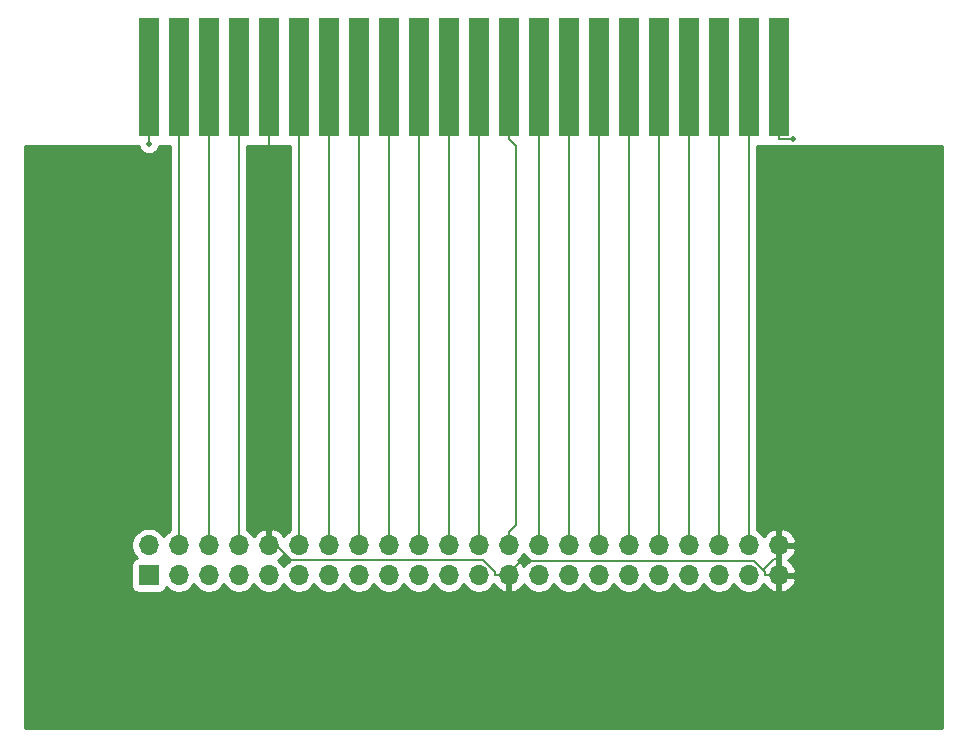
<source format=gtl>
G04 #@! TF.GenerationSoftware,KiCad,Pcbnew,(5.1.9)-1*
G04 #@! TF.CreationDate,2023-09-27T08:13:32+09:00*
G04 #@! TF.ProjectId,CZ800EX,435a3830-3045-4582-9e6b-696361645f70,rev?*
G04 #@! TF.SameCoordinates,PX2faf080PY6f1a620*
G04 #@! TF.FileFunction,Copper,L1,Top*
G04 #@! TF.FilePolarity,Positive*
%FSLAX46Y46*%
G04 Gerber Fmt 4.6, Leading zero omitted, Abs format (unit mm)*
G04 Created by KiCad (PCBNEW (5.1.9)-1) date 2023-09-27 08:13:32*
%MOMM*%
%LPD*%
G01*
G04 APERTURE LIST*
G04 #@! TA.AperFunction,ConnectorPad*
%ADD10R,1.780000X10.000000*%
G04 #@! TD*
G04 #@! TA.AperFunction,ComponentPad*
%ADD11O,1.700000X1.700000*%
G04 #@! TD*
G04 #@! TA.AperFunction,ComponentPad*
%ADD12R,1.700000X1.700000*%
G04 #@! TD*
G04 #@! TA.AperFunction,ViaPad*
%ADD13C,0.500000*%
G04 #@! TD*
G04 #@! TA.AperFunction,Conductor*
%ADD14C,0.200000*%
G04 #@! TD*
G04 #@! TA.AperFunction,Conductor*
%ADD15C,0.254000*%
G04 #@! TD*
G04 #@! TA.AperFunction,Conductor*
%ADD16C,0.100000*%
G04 #@! TD*
G04 APERTURE END LIST*
D10*
X11176000Y55770000D03*
X13716000Y55770000D03*
X16256000Y55770000D03*
X18796000Y55770000D03*
X21336000Y55770000D03*
X23876000Y55770000D03*
X26416000Y55770000D03*
X28956000Y55770000D03*
X31496000Y55770000D03*
X34036000Y55770000D03*
X36576000Y55770000D03*
X39116000Y55770000D03*
X41656000Y55770000D03*
X44196000Y55770000D03*
X46736000Y55770000D03*
X49276000Y55770000D03*
X51816000Y55770000D03*
X54356000Y55770000D03*
X56896000Y55770000D03*
X59436000Y55770000D03*
X61976000Y55770000D03*
X64516000Y55770000D03*
D11*
X64516000Y16110000D03*
X64516000Y13570000D03*
X61976000Y16110000D03*
X61976000Y13570000D03*
X59436000Y16110000D03*
X59436000Y13570000D03*
X56896000Y16110000D03*
X56896000Y13570000D03*
X54356000Y16110000D03*
X54356000Y13570000D03*
X51816000Y16110000D03*
X51816000Y13570000D03*
X49276000Y16110000D03*
X49276000Y13570000D03*
X46736000Y16110000D03*
X46736000Y13570000D03*
X44196000Y16110000D03*
X44196000Y13570000D03*
X41656000Y16110000D03*
X41656000Y13570000D03*
X39116000Y16110000D03*
X39116000Y13570000D03*
X36576000Y16110000D03*
X36576000Y13570000D03*
X34036000Y16110000D03*
X34036000Y13570000D03*
X31496000Y16110000D03*
X31496000Y13570000D03*
X28956000Y16110000D03*
X28956000Y13570000D03*
X26416000Y16110000D03*
X26416000Y13570000D03*
X23876000Y16110000D03*
X23876000Y13570000D03*
X21336000Y16110000D03*
X21336000Y13570000D03*
X18796000Y16110000D03*
X18796000Y13570000D03*
X16256000Y16110000D03*
X16256000Y13570000D03*
X13716000Y16110000D03*
X13716000Y13570000D03*
X11176000Y16110000D03*
D12*
X11176000Y13570000D03*
D13*
X11176000Y50092100D03*
X65743500Y50469700D03*
D14*
X11176000Y50469700D02*
X11176000Y50092100D01*
X11176000Y55770000D02*
X11176000Y50469700D01*
X64516000Y16110000D02*
X64516000Y14959700D01*
X63165900Y14008100D02*
X64117500Y14959700D01*
X64117500Y14959700D02*
X64516000Y14959700D01*
X63165900Y14008100D02*
X63365700Y13808300D01*
X63365700Y13808300D02*
X63365700Y13570000D01*
X41505300Y13570000D02*
X42695900Y14760600D01*
X42695900Y14760600D02*
X62413400Y14760600D01*
X62413400Y14760600D02*
X63165900Y14008100D01*
X64516000Y13570000D02*
X63365700Y13570000D01*
X41505300Y13570000D02*
X41354600Y13570000D01*
X41656000Y13570000D02*
X41505300Y13570000D01*
X41080900Y13570000D02*
X40505700Y13570000D01*
X41080900Y13570000D02*
X41354600Y13570000D01*
X21911200Y16110000D02*
X23181200Y14840000D01*
X23181200Y14840000D02*
X39474000Y14840000D01*
X39474000Y14840000D02*
X40505700Y13808300D01*
X40505700Y13808300D02*
X40505700Y13570000D01*
X21336000Y55770000D02*
X21336000Y16685200D01*
X21336000Y16685200D02*
X21911200Y16110000D01*
X21336000Y16110000D02*
X21911200Y16110000D01*
X64516000Y50469700D02*
X65743500Y50469700D01*
X64516000Y55770000D02*
X64516000Y50469700D01*
X13716000Y16110000D02*
X13716000Y55770000D01*
X16256000Y16110000D02*
X16256000Y55770000D01*
X18796000Y16110000D02*
X18796000Y55770000D01*
X23876000Y16110000D02*
X23876000Y55770000D01*
X26416000Y16110000D02*
X26416000Y55770000D01*
X28956000Y16110000D02*
X28956000Y55770000D01*
X31496000Y16110000D02*
X31496000Y55770000D01*
X34036000Y16110000D02*
X34036000Y55770000D01*
X36576000Y16110000D02*
X36576000Y55770000D01*
X39116000Y16110000D02*
X39116000Y55770000D01*
X41656000Y55770000D02*
X41656000Y50469700D01*
X41656000Y16110000D02*
X41656000Y17260300D01*
X41656000Y17260300D02*
X42248600Y17852900D01*
X42248600Y17852900D02*
X42248600Y49877100D01*
X42248600Y49877100D02*
X41656000Y50469700D01*
X44196000Y16110000D02*
X44196000Y55770000D01*
X46736000Y16110000D02*
X46736000Y55770000D01*
X49276000Y16110000D02*
X49276000Y55770000D01*
X51816000Y16110000D02*
X51816000Y55770000D01*
X54356000Y16110000D02*
X54356000Y55770000D01*
X56896000Y16110000D02*
X56896000Y55770000D01*
X59436000Y16110000D02*
X59436000Y55770000D01*
X61976000Y16110000D02*
X61976000Y55770000D01*
D15*
X10325010Y49833955D02*
X10391723Y49672895D01*
X10488576Y49527945D01*
X10611845Y49404676D01*
X10756795Y49307823D01*
X10917855Y49241110D01*
X11088835Y49207100D01*
X11263165Y49207100D01*
X11434145Y49241110D01*
X11595205Y49307823D01*
X11740155Y49404676D01*
X11863424Y49527945D01*
X11960277Y49672895D01*
X12026990Y49833955D01*
X12034757Y49873000D01*
X12981001Y49873000D01*
X12981000Y17404883D01*
X12769368Y17263475D01*
X12562525Y17056632D01*
X12446000Y16882240D01*
X12329475Y17056632D01*
X12122632Y17263475D01*
X11879411Y17425990D01*
X11609158Y17537932D01*
X11322260Y17595000D01*
X11029740Y17595000D01*
X10742842Y17537932D01*
X10472589Y17425990D01*
X10229368Y17263475D01*
X10022525Y17056632D01*
X9860010Y16813411D01*
X9748068Y16543158D01*
X9691000Y16256260D01*
X9691000Y15963740D01*
X9748068Y15676842D01*
X9860010Y15406589D01*
X10022525Y15163368D01*
X10154380Y15031513D01*
X10081820Y15009502D01*
X9971506Y14950537D01*
X9874815Y14871185D01*
X9795463Y14774494D01*
X9736498Y14664180D01*
X9700188Y14544482D01*
X9687928Y14420000D01*
X9687928Y12720000D01*
X9700188Y12595518D01*
X9736498Y12475820D01*
X9795463Y12365506D01*
X9874815Y12268815D01*
X9971506Y12189463D01*
X10081820Y12130498D01*
X10201518Y12094188D01*
X10326000Y12081928D01*
X12026000Y12081928D01*
X12150482Y12094188D01*
X12270180Y12130498D01*
X12380494Y12189463D01*
X12477185Y12268815D01*
X12556537Y12365506D01*
X12615502Y12475820D01*
X12637513Y12548380D01*
X12769368Y12416525D01*
X13012589Y12254010D01*
X13282842Y12142068D01*
X13569740Y12085000D01*
X13862260Y12085000D01*
X14149158Y12142068D01*
X14419411Y12254010D01*
X14662632Y12416525D01*
X14869475Y12623368D01*
X14986000Y12797760D01*
X15102525Y12623368D01*
X15309368Y12416525D01*
X15552589Y12254010D01*
X15822842Y12142068D01*
X16109740Y12085000D01*
X16402260Y12085000D01*
X16689158Y12142068D01*
X16959411Y12254010D01*
X17202632Y12416525D01*
X17409475Y12623368D01*
X17526000Y12797760D01*
X17642525Y12623368D01*
X17849368Y12416525D01*
X18092589Y12254010D01*
X18362842Y12142068D01*
X18649740Y12085000D01*
X18942260Y12085000D01*
X19229158Y12142068D01*
X19499411Y12254010D01*
X19742632Y12416525D01*
X19949475Y12623368D01*
X20066000Y12797760D01*
X20182525Y12623368D01*
X20389368Y12416525D01*
X20632589Y12254010D01*
X20902842Y12142068D01*
X21189740Y12085000D01*
X21482260Y12085000D01*
X21769158Y12142068D01*
X22039411Y12254010D01*
X22282632Y12416525D01*
X22489475Y12623368D01*
X22606000Y12797760D01*
X22722525Y12623368D01*
X22929368Y12416525D01*
X23172589Y12254010D01*
X23442842Y12142068D01*
X23729740Y12085000D01*
X24022260Y12085000D01*
X24309158Y12142068D01*
X24579411Y12254010D01*
X24822632Y12416525D01*
X25029475Y12623368D01*
X25146000Y12797760D01*
X25262525Y12623368D01*
X25469368Y12416525D01*
X25712589Y12254010D01*
X25982842Y12142068D01*
X26269740Y12085000D01*
X26562260Y12085000D01*
X26849158Y12142068D01*
X27119411Y12254010D01*
X27362632Y12416525D01*
X27569475Y12623368D01*
X27686000Y12797760D01*
X27802525Y12623368D01*
X28009368Y12416525D01*
X28252589Y12254010D01*
X28522842Y12142068D01*
X28809740Y12085000D01*
X29102260Y12085000D01*
X29389158Y12142068D01*
X29659411Y12254010D01*
X29902632Y12416525D01*
X30109475Y12623368D01*
X30226000Y12797760D01*
X30342525Y12623368D01*
X30549368Y12416525D01*
X30792589Y12254010D01*
X31062842Y12142068D01*
X31349740Y12085000D01*
X31642260Y12085000D01*
X31929158Y12142068D01*
X32199411Y12254010D01*
X32442632Y12416525D01*
X32649475Y12623368D01*
X32766000Y12797760D01*
X32882525Y12623368D01*
X33089368Y12416525D01*
X33332589Y12254010D01*
X33602842Y12142068D01*
X33889740Y12085000D01*
X34182260Y12085000D01*
X34469158Y12142068D01*
X34739411Y12254010D01*
X34982632Y12416525D01*
X35189475Y12623368D01*
X35306000Y12797760D01*
X35422525Y12623368D01*
X35629368Y12416525D01*
X35872589Y12254010D01*
X36142842Y12142068D01*
X36429740Y12085000D01*
X36722260Y12085000D01*
X37009158Y12142068D01*
X37279411Y12254010D01*
X37522632Y12416525D01*
X37729475Y12623368D01*
X37846000Y12797760D01*
X37962525Y12623368D01*
X38169368Y12416525D01*
X38412589Y12254010D01*
X38682842Y12142068D01*
X38969740Y12085000D01*
X39262260Y12085000D01*
X39549158Y12142068D01*
X39819411Y12254010D01*
X40062632Y12416525D01*
X40269475Y12623368D01*
X40391195Y12805534D01*
X40460822Y12688645D01*
X40655731Y12472412D01*
X40889080Y12298359D01*
X41151901Y12173175D01*
X41299110Y12128524D01*
X41529000Y12249845D01*
X41529000Y13443000D01*
X41509000Y13443000D01*
X41509000Y13697000D01*
X41529000Y13697000D01*
X41529000Y13717000D01*
X41783000Y13717000D01*
X41783000Y13697000D01*
X41803000Y13697000D01*
X41803000Y13443000D01*
X41783000Y13443000D01*
X41783000Y12249845D01*
X42012890Y12128524D01*
X42160099Y12173175D01*
X42422920Y12298359D01*
X42656269Y12472412D01*
X42851178Y12688645D01*
X42920805Y12805534D01*
X43042525Y12623368D01*
X43249368Y12416525D01*
X43492589Y12254010D01*
X43762842Y12142068D01*
X44049740Y12085000D01*
X44342260Y12085000D01*
X44629158Y12142068D01*
X44899411Y12254010D01*
X45142632Y12416525D01*
X45349475Y12623368D01*
X45466000Y12797760D01*
X45582525Y12623368D01*
X45789368Y12416525D01*
X46032589Y12254010D01*
X46302842Y12142068D01*
X46589740Y12085000D01*
X46882260Y12085000D01*
X47169158Y12142068D01*
X47439411Y12254010D01*
X47682632Y12416525D01*
X47889475Y12623368D01*
X48006000Y12797760D01*
X48122525Y12623368D01*
X48329368Y12416525D01*
X48572589Y12254010D01*
X48842842Y12142068D01*
X49129740Y12085000D01*
X49422260Y12085000D01*
X49709158Y12142068D01*
X49979411Y12254010D01*
X50222632Y12416525D01*
X50429475Y12623368D01*
X50546000Y12797760D01*
X50662525Y12623368D01*
X50869368Y12416525D01*
X51112589Y12254010D01*
X51382842Y12142068D01*
X51669740Y12085000D01*
X51962260Y12085000D01*
X52249158Y12142068D01*
X52519411Y12254010D01*
X52762632Y12416525D01*
X52969475Y12623368D01*
X53086000Y12797760D01*
X53202525Y12623368D01*
X53409368Y12416525D01*
X53652589Y12254010D01*
X53922842Y12142068D01*
X54209740Y12085000D01*
X54502260Y12085000D01*
X54789158Y12142068D01*
X55059411Y12254010D01*
X55302632Y12416525D01*
X55509475Y12623368D01*
X55626000Y12797760D01*
X55742525Y12623368D01*
X55949368Y12416525D01*
X56192589Y12254010D01*
X56462842Y12142068D01*
X56749740Y12085000D01*
X57042260Y12085000D01*
X57329158Y12142068D01*
X57599411Y12254010D01*
X57842632Y12416525D01*
X58049475Y12623368D01*
X58166000Y12797760D01*
X58282525Y12623368D01*
X58489368Y12416525D01*
X58732589Y12254010D01*
X59002842Y12142068D01*
X59289740Y12085000D01*
X59582260Y12085000D01*
X59869158Y12142068D01*
X60139411Y12254010D01*
X60382632Y12416525D01*
X60589475Y12623368D01*
X60706000Y12797760D01*
X60822525Y12623368D01*
X61029368Y12416525D01*
X61272589Y12254010D01*
X61542842Y12142068D01*
X61829740Y12085000D01*
X62122260Y12085000D01*
X62409158Y12142068D01*
X62679411Y12254010D01*
X62922632Y12416525D01*
X63129475Y12623368D01*
X63251195Y12805534D01*
X63320822Y12688645D01*
X63515731Y12472412D01*
X63749080Y12298359D01*
X64011901Y12173175D01*
X64159110Y12128524D01*
X64389000Y12249845D01*
X64389000Y13443000D01*
X64643000Y13443000D01*
X64643000Y12249845D01*
X64872890Y12128524D01*
X65020099Y12173175D01*
X65282920Y12298359D01*
X65516269Y12472412D01*
X65711178Y12688645D01*
X65860157Y12938748D01*
X65957481Y13213109D01*
X65836814Y13443000D01*
X64643000Y13443000D01*
X64389000Y13443000D01*
X64369000Y13443000D01*
X64369000Y13697000D01*
X64389000Y13697000D01*
X64389000Y15983000D01*
X64643000Y15983000D01*
X64643000Y13697000D01*
X65836814Y13697000D01*
X65957481Y13926891D01*
X65860157Y14201252D01*
X65711178Y14451355D01*
X65516269Y14667588D01*
X65285120Y14840000D01*
X65516269Y15012412D01*
X65711178Y15228645D01*
X65860157Y15478748D01*
X65957481Y15753109D01*
X65836814Y15983000D01*
X64643000Y15983000D01*
X64389000Y15983000D01*
X64369000Y15983000D01*
X64369000Y16237000D01*
X64389000Y16237000D01*
X64389000Y17430155D01*
X64643000Y17430155D01*
X64643000Y16237000D01*
X65836814Y16237000D01*
X65957481Y16466891D01*
X65860157Y16741252D01*
X65711178Y16991355D01*
X65516269Y17207588D01*
X65282920Y17381641D01*
X65020099Y17506825D01*
X64872890Y17551476D01*
X64643000Y17430155D01*
X64389000Y17430155D01*
X64159110Y17551476D01*
X64011901Y17506825D01*
X63749080Y17381641D01*
X63515731Y17207588D01*
X63320822Y16991355D01*
X63251195Y16874466D01*
X63129475Y17056632D01*
X62922632Y17263475D01*
X62711000Y17404883D01*
X62711000Y49873000D01*
X78340001Y49873000D01*
X78340000Y660000D01*
X660000Y660000D01*
X660000Y49873000D01*
X10317243Y49873000D01*
X10325010Y49833955D01*
G04 #@! TA.AperFunction,Conductor*
D16*
G36*
X10325010Y49833955D02*
G01*
X10391723Y49672895D01*
X10488576Y49527945D01*
X10611845Y49404676D01*
X10756795Y49307823D01*
X10917855Y49241110D01*
X11088835Y49207100D01*
X11263165Y49207100D01*
X11434145Y49241110D01*
X11595205Y49307823D01*
X11740155Y49404676D01*
X11863424Y49527945D01*
X11960277Y49672895D01*
X12026990Y49833955D01*
X12034757Y49873000D01*
X12981001Y49873000D01*
X12981000Y17404883D01*
X12769368Y17263475D01*
X12562525Y17056632D01*
X12446000Y16882240D01*
X12329475Y17056632D01*
X12122632Y17263475D01*
X11879411Y17425990D01*
X11609158Y17537932D01*
X11322260Y17595000D01*
X11029740Y17595000D01*
X10742842Y17537932D01*
X10472589Y17425990D01*
X10229368Y17263475D01*
X10022525Y17056632D01*
X9860010Y16813411D01*
X9748068Y16543158D01*
X9691000Y16256260D01*
X9691000Y15963740D01*
X9748068Y15676842D01*
X9860010Y15406589D01*
X10022525Y15163368D01*
X10154380Y15031513D01*
X10081820Y15009502D01*
X9971506Y14950537D01*
X9874815Y14871185D01*
X9795463Y14774494D01*
X9736498Y14664180D01*
X9700188Y14544482D01*
X9687928Y14420000D01*
X9687928Y12720000D01*
X9700188Y12595518D01*
X9736498Y12475820D01*
X9795463Y12365506D01*
X9874815Y12268815D01*
X9971506Y12189463D01*
X10081820Y12130498D01*
X10201518Y12094188D01*
X10326000Y12081928D01*
X12026000Y12081928D01*
X12150482Y12094188D01*
X12270180Y12130498D01*
X12380494Y12189463D01*
X12477185Y12268815D01*
X12556537Y12365506D01*
X12615502Y12475820D01*
X12637513Y12548380D01*
X12769368Y12416525D01*
X13012589Y12254010D01*
X13282842Y12142068D01*
X13569740Y12085000D01*
X13862260Y12085000D01*
X14149158Y12142068D01*
X14419411Y12254010D01*
X14662632Y12416525D01*
X14869475Y12623368D01*
X14986000Y12797760D01*
X15102525Y12623368D01*
X15309368Y12416525D01*
X15552589Y12254010D01*
X15822842Y12142068D01*
X16109740Y12085000D01*
X16402260Y12085000D01*
X16689158Y12142068D01*
X16959411Y12254010D01*
X17202632Y12416525D01*
X17409475Y12623368D01*
X17526000Y12797760D01*
X17642525Y12623368D01*
X17849368Y12416525D01*
X18092589Y12254010D01*
X18362842Y12142068D01*
X18649740Y12085000D01*
X18942260Y12085000D01*
X19229158Y12142068D01*
X19499411Y12254010D01*
X19742632Y12416525D01*
X19949475Y12623368D01*
X20066000Y12797760D01*
X20182525Y12623368D01*
X20389368Y12416525D01*
X20632589Y12254010D01*
X20902842Y12142068D01*
X21189740Y12085000D01*
X21482260Y12085000D01*
X21769158Y12142068D01*
X22039411Y12254010D01*
X22282632Y12416525D01*
X22489475Y12623368D01*
X22606000Y12797760D01*
X22722525Y12623368D01*
X22929368Y12416525D01*
X23172589Y12254010D01*
X23442842Y12142068D01*
X23729740Y12085000D01*
X24022260Y12085000D01*
X24309158Y12142068D01*
X24579411Y12254010D01*
X24822632Y12416525D01*
X25029475Y12623368D01*
X25146000Y12797760D01*
X25262525Y12623368D01*
X25469368Y12416525D01*
X25712589Y12254010D01*
X25982842Y12142068D01*
X26269740Y12085000D01*
X26562260Y12085000D01*
X26849158Y12142068D01*
X27119411Y12254010D01*
X27362632Y12416525D01*
X27569475Y12623368D01*
X27686000Y12797760D01*
X27802525Y12623368D01*
X28009368Y12416525D01*
X28252589Y12254010D01*
X28522842Y12142068D01*
X28809740Y12085000D01*
X29102260Y12085000D01*
X29389158Y12142068D01*
X29659411Y12254010D01*
X29902632Y12416525D01*
X30109475Y12623368D01*
X30226000Y12797760D01*
X30342525Y12623368D01*
X30549368Y12416525D01*
X30792589Y12254010D01*
X31062842Y12142068D01*
X31349740Y12085000D01*
X31642260Y12085000D01*
X31929158Y12142068D01*
X32199411Y12254010D01*
X32442632Y12416525D01*
X32649475Y12623368D01*
X32766000Y12797760D01*
X32882525Y12623368D01*
X33089368Y12416525D01*
X33332589Y12254010D01*
X33602842Y12142068D01*
X33889740Y12085000D01*
X34182260Y12085000D01*
X34469158Y12142068D01*
X34739411Y12254010D01*
X34982632Y12416525D01*
X35189475Y12623368D01*
X35306000Y12797760D01*
X35422525Y12623368D01*
X35629368Y12416525D01*
X35872589Y12254010D01*
X36142842Y12142068D01*
X36429740Y12085000D01*
X36722260Y12085000D01*
X37009158Y12142068D01*
X37279411Y12254010D01*
X37522632Y12416525D01*
X37729475Y12623368D01*
X37846000Y12797760D01*
X37962525Y12623368D01*
X38169368Y12416525D01*
X38412589Y12254010D01*
X38682842Y12142068D01*
X38969740Y12085000D01*
X39262260Y12085000D01*
X39549158Y12142068D01*
X39819411Y12254010D01*
X40062632Y12416525D01*
X40269475Y12623368D01*
X40391195Y12805534D01*
X40460822Y12688645D01*
X40655731Y12472412D01*
X40889080Y12298359D01*
X41151901Y12173175D01*
X41299110Y12128524D01*
X41529000Y12249845D01*
X41529000Y13443000D01*
X41509000Y13443000D01*
X41509000Y13697000D01*
X41529000Y13697000D01*
X41529000Y13717000D01*
X41783000Y13717000D01*
X41783000Y13697000D01*
X41803000Y13697000D01*
X41803000Y13443000D01*
X41783000Y13443000D01*
X41783000Y12249845D01*
X42012890Y12128524D01*
X42160099Y12173175D01*
X42422920Y12298359D01*
X42656269Y12472412D01*
X42851178Y12688645D01*
X42920805Y12805534D01*
X43042525Y12623368D01*
X43249368Y12416525D01*
X43492589Y12254010D01*
X43762842Y12142068D01*
X44049740Y12085000D01*
X44342260Y12085000D01*
X44629158Y12142068D01*
X44899411Y12254010D01*
X45142632Y12416525D01*
X45349475Y12623368D01*
X45466000Y12797760D01*
X45582525Y12623368D01*
X45789368Y12416525D01*
X46032589Y12254010D01*
X46302842Y12142068D01*
X46589740Y12085000D01*
X46882260Y12085000D01*
X47169158Y12142068D01*
X47439411Y12254010D01*
X47682632Y12416525D01*
X47889475Y12623368D01*
X48006000Y12797760D01*
X48122525Y12623368D01*
X48329368Y12416525D01*
X48572589Y12254010D01*
X48842842Y12142068D01*
X49129740Y12085000D01*
X49422260Y12085000D01*
X49709158Y12142068D01*
X49979411Y12254010D01*
X50222632Y12416525D01*
X50429475Y12623368D01*
X50546000Y12797760D01*
X50662525Y12623368D01*
X50869368Y12416525D01*
X51112589Y12254010D01*
X51382842Y12142068D01*
X51669740Y12085000D01*
X51962260Y12085000D01*
X52249158Y12142068D01*
X52519411Y12254010D01*
X52762632Y12416525D01*
X52969475Y12623368D01*
X53086000Y12797760D01*
X53202525Y12623368D01*
X53409368Y12416525D01*
X53652589Y12254010D01*
X53922842Y12142068D01*
X54209740Y12085000D01*
X54502260Y12085000D01*
X54789158Y12142068D01*
X55059411Y12254010D01*
X55302632Y12416525D01*
X55509475Y12623368D01*
X55626000Y12797760D01*
X55742525Y12623368D01*
X55949368Y12416525D01*
X56192589Y12254010D01*
X56462842Y12142068D01*
X56749740Y12085000D01*
X57042260Y12085000D01*
X57329158Y12142068D01*
X57599411Y12254010D01*
X57842632Y12416525D01*
X58049475Y12623368D01*
X58166000Y12797760D01*
X58282525Y12623368D01*
X58489368Y12416525D01*
X58732589Y12254010D01*
X59002842Y12142068D01*
X59289740Y12085000D01*
X59582260Y12085000D01*
X59869158Y12142068D01*
X60139411Y12254010D01*
X60382632Y12416525D01*
X60589475Y12623368D01*
X60706000Y12797760D01*
X60822525Y12623368D01*
X61029368Y12416525D01*
X61272589Y12254010D01*
X61542842Y12142068D01*
X61829740Y12085000D01*
X62122260Y12085000D01*
X62409158Y12142068D01*
X62679411Y12254010D01*
X62922632Y12416525D01*
X63129475Y12623368D01*
X63251195Y12805534D01*
X63320822Y12688645D01*
X63515731Y12472412D01*
X63749080Y12298359D01*
X64011901Y12173175D01*
X64159110Y12128524D01*
X64389000Y12249845D01*
X64389000Y13443000D01*
X64643000Y13443000D01*
X64643000Y12249845D01*
X64872890Y12128524D01*
X65020099Y12173175D01*
X65282920Y12298359D01*
X65516269Y12472412D01*
X65711178Y12688645D01*
X65860157Y12938748D01*
X65957481Y13213109D01*
X65836814Y13443000D01*
X64643000Y13443000D01*
X64389000Y13443000D01*
X64369000Y13443000D01*
X64369000Y13697000D01*
X64389000Y13697000D01*
X64389000Y15983000D01*
X64643000Y15983000D01*
X64643000Y13697000D01*
X65836814Y13697000D01*
X65957481Y13926891D01*
X65860157Y14201252D01*
X65711178Y14451355D01*
X65516269Y14667588D01*
X65285120Y14840000D01*
X65516269Y15012412D01*
X65711178Y15228645D01*
X65860157Y15478748D01*
X65957481Y15753109D01*
X65836814Y15983000D01*
X64643000Y15983000D01*
X64389000Y15983000D01*
X64369000Y15983000D01*
X64369000Y16237000D01*
X64389000Y16237000D01*
X64389000Y17430155D01*
X64643000Y17430155D01*
X64643000Y16237000D01*
X65836814Y16237000D01*
X65957481Y16466891D01*
X65860157Y16741252D01*
X65711178Y16991355D01*
X65516269Y17207588D01*
X65282920Y17381641D01*
X65020099Y17506825D01*
X64872890Y17551476D01*
X64643000Y17430155D01*
X64389000Y17430155D01*
X64159110Y17551476D01*
X64011901Y17506825D01*
X63749080Y17381641D01*
X63515731Y17207588D01*
X63320822Y16991355D01*
X63251195Y16874466D01*
X63129475Y17056632D01*
X62922632Y17263475D01*
X62711000Y17404883D01*
X62711000Y49873000D01*
X78340001Y49873000D01*
X78340000Y660000D01*
X660000Y660000D01*
X660000Y49873000D01*
X10317243Y49873000D01*
X10325010Y49833955D01*
G37*
G04 #@! TD.AperFunction*
D15*
X43042525Y15163368D02*
X43249368Y14956525D01*
X43423760Y14840000D01*
X43249368Y14723475D01*
X43042525Y14516632D01*
X42920805Y14334466D01*
X42851178Y14451355D01*
X42656269Y14667588D01*
X42426594Y14838900D01*
X42602632Y14956525D01*
X42809475Y15163368D01*
X42926000Y15337760D01*
X43042525Y15163368D01*
G04 #@! TA.AperFunction,Conductor*
D16*
G36*
X43042525Y15163368D02*
G01*
X43249368Y14956525D01*
X43423760Y14840000D01*
X43249368Y14723475D01*
X43042525Y14516632D01*
X42920805Y14334466D01*
X42851178Y14451355D01*
X42656269Y14667588D01*
X42426594Y14838900D01*
X42602632Y14956525D01*
X42809475Y15163368D01*
X42926000Y15337760D01*
X43042525Y15163368D01*
G37*
G04 #@! TD.AperFunction*
D15*
X22722525Y15163368D02*
X22929368Y14956525D01*
X23103760Y14840000D01*
X22929368Y14723475D01*
X22722525Y14516632D01*
X22606000Y14342240D01*
X22489475Y14516632D01*
X22282632Y14723475D01*
X22106594Y14841100D01*
X22336269Y15012412D01*
X22531178Y15228645D01*
X22600805Y15345534D01*
X22722525Y15163368D01*
G04 #@! TA.AperFunction,Conductor*
D16*
G36*
X22722525Y15163368D02*
G01*
X22929368Y14956525D01*
X23103760Y14840000D01*
X22929368Y14723475D01*
X22722525Y14516632D01*
X22606000Y14342240D01*
X22489475Y14516632D01*
X22282632Y14723475D01*
X22106594Y14841100D01*
X22336269Y15012412D01*
X22531178Y15228645D01*
X22600805Y15345534D01*
X22722525Y15163368D01*
G37*
G04 #@! TD.AperFunction*
D15*
X23141000Y17404883D02*
X22929368Y17263475D01*
X22722525Y17056632D01*
X22600805Y16874466D01*
X22531178Y16991355D01*
X22336269Y17207588D01*
X22102920Y17381641D01*
X21840099Y17506825D01*
X21692890Y17551476D01*
X21463000Y17430155D01*
X21463000Y16237000D01*
X21483000Y16237000D01*
X21483000Y15983000D01*
X21463000Y15983000D01*
X21463000Y15963000D01*
X21209000Y15963000D01*
X21209000Y15983000D01*
X21189000Y15983000D01*
X21189000Y16237000D01*
X21209000Y16237000D01*
X21209000Y17430155D01*
X20979110Y17551476D01*
X20831901Y17506825D01*
X20569080Y17381641D01*
X20335731Y17207588D01*
X20140822Y16991355D01*
X20071195Y16874466D01*
X19949475Y17056632D01*
X19742632Y17263475D01*
X19531000Y17404883D01*
X19531000Y49873000D01*
X23141001Y49873000D01*
X23141000Y17404883D01*
G04 #@! TA.AperFunction,Conductor*
D16*
G36*
X23141000Y17404883D02*
G01*
X22929368Y17263475D01*
X22722525Y17056632D01*
X22600805Y16874466D01*
X22531178Y16991355D01*
X22336269Y17207588D01*
X22102920Y17381641D01*
X21840099Y17506825D01*
X21692890Y17551476D01*
X21463000Y17430155D01*
X21463000Y16237000D01*
X21483000Y16237000D01*
X21483000Y15983000D01*
X21463000Y15983000D01*
X21463000Y15963000D01*
X21209000Y15963000D01*
X21209000Y15983000D01*
X21189000Y15983000D01*
X21189000Y16237000D01*
X21209000Y16237000D01*
X21209000Y17430155D01*
X20979110Y17551476D01*
X20831901Y17506825D01*
X20569080Y17381641D01*
X20335731Y17207588D01*
X20140822Y16991355D01*
X20071195Y16874466D01*
X19949475Y17056632D01*
X19742632Y17263475D01*
X19531000Y17404883D01*
X19531000Y49873000D01*
X23141001Y49873000D01*
X23141000Y17404883D01*
G37*
G04 #@! TD.AperFunction*
M02*

</source>
